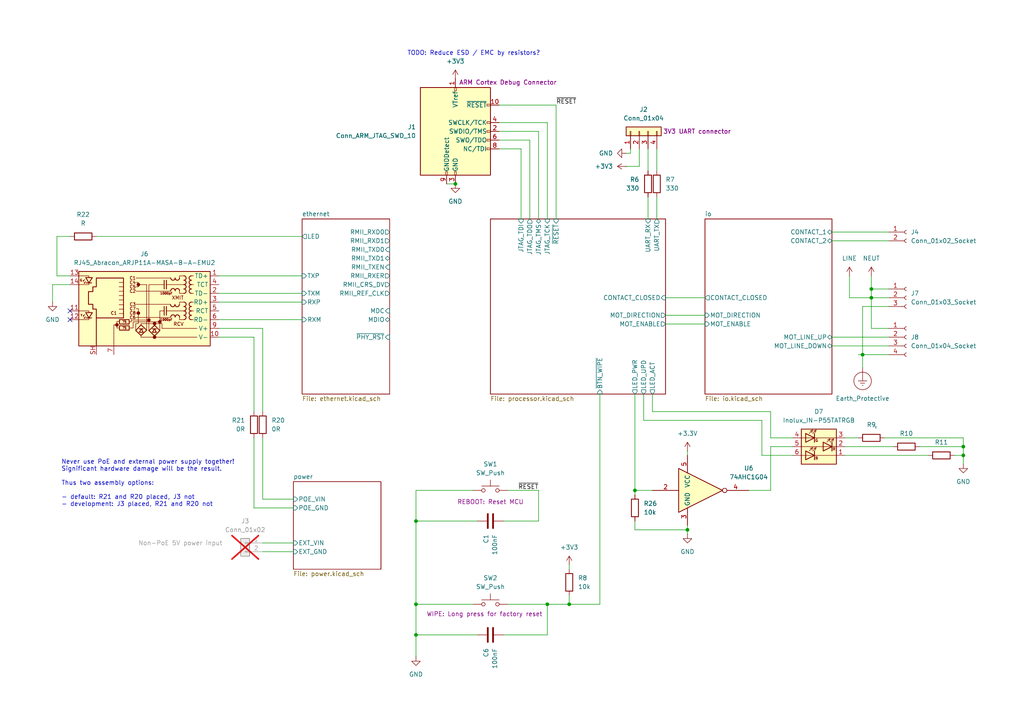
<source format=kicad_sch>
(kicad_sch (version 20250114) (generator "eeschema") (generator_version "9.0")
  (paper "A4")
  (title_block (title "iot-contact"))
  (lib_symbols
    (symbol "74xGxx:74AHC1G04"
      (property "Reference" "U" (at -2.54 3.81 0))
      (property "Value" "74AHC1G04" (at 0 -3.81 0))
      (symbol "74AHC1G04_0_1"
        (polyline (pts (xy -7.62 6.35) (xy -7.62 -6.35) (xy 5.08 0) (xy -7.62 6.35)) (stroke (width 0.254)) (fill (type background)))
      )
      (symbol "74AHC1G04_1_1"
        (pin input line (at -15.24 0 0) (length 7.62) (name "~") (number "2"))
        (pin power_in line (at -5.08 10.16 270) (length 5.08) (name "VCC") (number "5"))
        (pin power_in line (at -5.08 -10.16 90) (length 5.08) (name "GND") (number "3"))
        (pin output inverted (at 12.7 0 180) (length 7.62) (name "~") (number "4"))
      )
    )
    (symbol "Connector:Conn_01x02_Socket" (pin_names (offset 1.016) (hide yes))
      (property "Reference" "J" (at 0 2.54 0))
      (property "Value" "Conn_01x02_Socket" (at 0 -5.08 0))
      (symbol "Conn_01x02_Socket_1_1"
        (polyline (pts (xy -1.27 0) (xy -0.508 0)) (stroke (width 0.1524)))
        (polyline (pts (xy -1.27 -2.54) (xy -0.508 -2.54)) (stroke (width 0.1524)))
        (arc (start 0 -0.508) (mid -0.5058 0) (end 0 0.508) (stroke (width 0.1524)))
        (arc (start 0 -3.048) (mid -0.5058 -2.54) (end 0 -2.032) (stroke (width 0.1524)))
        (pin passive line (at -5.08 0 0) (length 3.81) (name "Pin_1") (number "1"))
        (pin passive line (at -5.08 -2.54 0) (length 3.81) (name "Pin_2") (number "2"))
      )
    )
    (symbol "Connector:Conn_01x03_Socket" (pin_names (offset 1.016) (hide yes))
      (property "Reference" "J" (at 0 5.08 0))
      (property "Value" "Conn_01x03_Socket" (at 0 -5.08 0))
      (symbol "Conn_01x03_Socket_1_1"
        (polyline (pts (xy -1.27 2.54) (xy -0.508 2.54)) (stroke (width 0.1524)))
        (polyline (pts (xy -1.27 0) (xy -0.508 0)) (stroke (width 0.1524)))
        (polyline (pts (xy -1.27 -2.54) (xy -0.508 -2.54)) (stroke (width 0.1524)))
        (arc (start 0 2.032) (mid -0.5058 2.54) (end 0 3.048) (stroke (width 0.1524)))
        (arc (start 0 -0.508) (mid -0.5058 0) (end 0 0.508) (stroke (width 0.1524)))
        (arc (start 0 -3.048) (mid -0.5058 -2.54) (end 0 -2.032) (stroke (width 0.1524)))
        (pin passive line (at -5.08 2.54 0) (length 3.81) (name "Pin_1") (number "1"))
        (pin passive line (at -5.08 0 0) (length 3.81) (name "Pin_2") (number "2"))
        (pin passive line (at -5.08 -2.54 0) (length 3.81) (name "Pin_3") (number "3"))
      )
    )
    (symbol "Connector:Conn_01x04_Socket" (pin_names (offset 1.016) (hide yes))
      (property "Reference" "J" (at 0 5.08 0))
      (property "Value" "Conn_01x04_Socket" (at 0 -7.62 0))
      (symbol "Conn_01x04_Socket_1_1"
        (polyline (pts (xy -1.27 2.54) (xy -0.508 2.54)) (stroke (width 0.1524)))
        (polyline (pts (xy -1.27 0) (xy -0.508 0)) (stroke (width 0.1524)))
        (polyline (pts (xy -1.27 -2.54) (xy -0.508 -2.54)) (stroke (width 0.1524)))
        (polyline (pts (xy -1.27 -5.08) (xy -0.508 -5.08)) (stroke (width 0.1524)))
        (arc (start 0 2.032) (mid -0.5058 2.54) (end 0 3.048) (stroke (width 0.1524)))
        (arc (start 0 -0.508) (mid -0.5058 0) (end 0 0.508) (stroke (width 0.1524)))
        (arc (start 0 -3.048) (mid -0.5058 -2.54) (end 0 -2.032) (stroke (width 0.1524)))
        (arc (start 0 -5.588) (mid -0.5058 -5.08) (end 0 -4.572) (stroke (width 0.1524)))
        (pin passive line (at -5.08 2.54 0) (length 3.81) (name "Pin_1") (number "1"))
        (pin passive line (at -5.08 0 0) (length 3.81) (name "Pin_2") (number "2"))
        (pin passive line (at -5.08 -2.54 0) (length 3.81) (name "Pin_3") (number "3"))
        (pin passive line (at -5.08 -5.08 0) (length 3.81) (name "Pin_4") (number "4"))
      )
    )
    (symbol "Connector:Conn_ARM_JTAG_SWD_10" (pin_names (offset 1.016))
      (property "Reference" "J" (at -2.54 16.51 0))
      (property "Value" "Conn_ARM_JTAG_SWD_10" (at -2.54 13.97 0))
      (symbol "Conn_ARM_JTAG_SWD_10_0_1"
        (rectangle (start -10.16 12.7) (end 10.16 -12.7) (stroke (width 0.254)) (fill (type background)))
        (rectangle (start -2.794 -12.7) (end -2.286 -11.684))
        (rectangle (start -0.254 12.7) (end 0.254 11.684))
        (rectangle (start -0.254 -12.7) (end 0.254 -11.684))
        (rectangle (start 9.144 2.286) (end 10.16 2.794))
        (rectangle (start 10.16 7.874) (end 9.144 7.366))
        (rectangle (start 10.16 -0.254) (end 9.144 0.254))
        (rectangle (start 10.16 -2.794) (end 9.144 -2.286))
      )
      (symbol "Conn_ARM_JTAG_SWD_10_1_1"
        (rectangle (start 9.144 -5.334) (end 10.16 -4.826))
        (pin no_connect line (at -10.16 0 0) (length 2.54) (hide yes) (name "KEY") (number "7"))
        (pin passive line (at -2.54 -15.24 90) (length 2.54) (name "GNDDetect") (number "9"))
        (pin power_in line (at 0 15.24 270) (length 2.54) (name "VTref") (number "1"))
        (pin power_in line (at 0 -15.24 90) (length 2.54) (name "GND") (number "3"))
        (pin passive line (at 0 -15.24 90) (length 2.54) (hide yes) (name "GND") (number "5"))
        (pin open_collector line (at 12.7 7.62 180) (length 2.54) (name "~{RESET}") (number "10"))
        (pin output line (at 12.7 2.54 180) (length 2.54) (name "SWCLK/TCK") (number "4"))
        (pin bidirectional line (at 12.7 0 180) (length 2.54) (name "SWDIO/TMS") (number "2"))
        (pin input line (at 12.7 -2.54 180) (length 2.54) (name "SWO/TDO") (number "6"))
        (pin output line (at 12.7 -5.08 180) (length 2.54) (name "NC/TDI") (number "8"))
      )
    )
    (symbol "Connector:RJ45_Abracon_ARJP11A-MASA-B-A-EMU2"
      (property "Reference" "J" (at 18.415 12.7 0))
      (property "Value" "RJ45_Abracon_ARJP11A-MASA-B-A-EMU2" (at -4.445 12.7 0))
      (symbol "RJ45_Abracon_ARJP11A-MASA-B-A-EMU2_0_0"
        (polyline (pts (xy -5.08 8.89) (xy -5.08 6.35)) (stroke (width 0.254)))
        (polyline (pts (xy -5.08 1.27) (xy -5.08 -1.27)) (stroke (width 0.254)))
        (polyline (pts (xy -4.445 8.89) (xy -4.445 6.35)) (stroke (width 0.254)))
        (polyline (pts (xy -4.445 1.27) (xy -4.445 -1.27)) (stroke (width 0.254)))
        (circle (center -3.175 -3.175) (radius 0.0001) (stroke (width 0.508)))
        (circle (center -1.651 -3.683) (radius 0.0001) (stroke (width 0.508)))
        (circle (center -1.651 -7.62) (radius 0.0001) (stroke (width 0.508)))
        (circle (center 0 -2.667) (radius 0.0001) (stroke (width 0.508)))
        (circle (center 3.048 7.62) (radius 0.0001) (stroke (width 0.508)))
        (circle (center 3.048 -0.635) (radius 0.0001) (stroke (width 0.508)))
        (polyline (pts (xy 3.683 8.255) (xy 3.048 8.255) (xy 3.048 6.985) (xy 3.683 6.985)))
        (polyline (pts (xy 3.683 0.635) (xy 3.048 0.635) (xy 3.048 -0.635) (xy 3.683 -0.635)))
        (polyline (pts (xy 8.636 -4.953) (xy 9.271 -4.953) (xy 9.271 -3.048) (xy 8.636 -3.048)))
        (polyline (pts (xy 9.271 -4.064) (xy 10.16 -4.064)))
        (circle (center 9.271 -4.064) (radius 0.0001) (stroke (width 0.508)))
        (polyline (pts (xy 17.399 9.652) (xy 17.399 10.16) (xy 20.32 10.16)))
        (polyline (pts (xy 17.399 -0.508) (xy 17.399 0) (xy 20.32 0)))
        (polyline (pts (xy 20.32 7.62) (xy 17.399 7.62) (xy 17.399 8.128)))
        (polyline (pts (xy 20.32 -2.54) (xy 17.399 -2.54) (xy 17.399 -2.032)))
        (text "XMIT" (at -10.16 3.81 0) (effects (font (size 1.016 1.016)) (justify left)))
        (text "RCV" (at -10.16 -3.81 0) (effects (font (size 1.016 1.016)) (justify left)))
        (text "C1" (at 4.699 9.525 0) (effects (font (size 0.889 0.889))))
        (text "C4" (at 4.699 8.255 0) (effects (font (size 0.889 0.889))))
        (text "C5" (at 4.699 6.985 0) (effects (font (size 0.889 0.889))))
        (text "C2" (at 4.699 5.715 0) (effects (font (size 0.889 0.889))))
        (text "C3" (at 4.699 1.905 0) (effects (font (size 0.889 0.889))))
        (text "C7" (at 4.699 0.635 0) (effects (font (size 0.889 0.889))))
        (text "C8" (at 4.699 -0.635 0) (effects (font (size 0.889 0.889))))
        (text "C6" (at 4.699 -1.905 0) (effects (font (size 0.889 0.889))))
        (text "C1" (at 10.16 -0.635 0) (effects (font (size 0.889 0.889))))
      )
      (symbol "RJ45_Abracon_ARJP11A-MASA-B-A-EMU2_0_1"
        (rectangle (start -17.78 11.43) (end 20.32 -10.16) (stroke (width 0.254)) (fill (type background)))
        (polyline (pts (xy -12.3163 10.16) (xy -12.9513 10.16)))
        (polyline (pts (xy -12.3163 7.62) (xy -12.9513 7.62)))
        (polyline (pts (xy -12.3163 5.08) (xy -12.9513 5.08)))
        (polyline (pts (xy -12.3163 2.54) (xy -12.9513 2.54)))
        (polyline (pts (xy -12.3163 0) (xy -12.9513 0)))
        (polyline (pts (xy -12.3163 -2.54) (xy -12.9513 -2.54)))
        (polyline (pts (xy -10.16 10.16) (xy -8.89 10.16) (xy -8.89 9.525)))
        (polyline (pts (xy -10.16 2.54) (xy -8.89 2.54) (xy -8.89 1.905)))
        (polyline (pts (xy -8.89 5.715) (xy -8.89 5.08) (xy -10.16 5.08)))
        (polyline (pts (xy -8.89 -1.905) (xy -8.89 -2.54) (xy -10.16 -2.54)))
        (polyline (pts (xy -6.35 9.525) (xy 3.683 9.525)))
        (polyline (pts (xy -6.35 5.715) (xy 3.683 5.715)))
        (polyline (pts (xy -6.35 -1.905) (xy 3.683 -1.905)))
        (polyline (pts (xy -6.223 1.905) (xy 3.683 1.905)))
        (polyline (pts (xy -5.08 7.62) (xy -10.16 7.62)))
        (polyline (pts (xy -5.08 0) (xy -10.16 0)))
        (polyline (pts (xy -4.445 7.62) (xy 0 7.62) (xy 0 -5.715)))
        (polyline (pts (xy -4.445 0) (xy -3.175 0) (xy -3.175 -5.715)))
        (polyline (pts (xy 7.366 5.715) (xy 8.636 5.715)))
        (polyline (pts (xy 7.366 4.445) (xy 8.636 4.445)))
        (polyline (pts (xy 7.366 3.175) (xy 8.636 3.175)))
        (polyline (pts (xy 7.366 1.778) (xy 8.636 1.778)))
        (polyline (pts (xy 7.366 0.508) (xy 8.636 0.508)))
        (polyline (pts (xy 8.636 8.255) (xy 7.366 8.255)))
        (polyline (pts (xy 8.636 6.985) (xy 7.366 6.985)))
        (polyline (pts (xy 8.636 -0.762) (xy 7.366 -0.762)))
      )
      (symbol "RJ45_Abracon_ARJP11A-MASA-B-A-EMU2_1_0"
        (text "1000pF" (at -5.08 5.08 0) (effects (font (size 0.635 0.635))))
        (text "1000pF" (at -5.08 -2.54 0) (effects (font (size 0.635 0.635))))
      )
      (symbol "RJ45_Abracon_ARJP11A-MASA-B-A-EMU2_1_1"
        (polyline (pts (xy -13.97 -5.08) (xy -3.81 -5.08)))
        (polyline (pts (xy -13.97 -7.62) (xy 2.286 -7.62)))
        (arc (start -12.3163 2.54) (mid -11.684 1.905) (end -12.3163 1.27) (stroke (width 0.254)))
        (arc (start -12.3136 10.16) (mid -11.6813 9.525) (end -12.3136 8.89) (stroke (width 0.254)))
        (arc (start -12.3136 1.27) (mid -11.6813 0.635) (end -12.3136 0) (stroke (width 0.254)))
        (arc (start -12.3136 0) (mid -11.6813 -0.635) (end -12.3136 -1.27) (stroke (width 0.254)))
        (arc (start -12.3136 -1.27) (mid -11.6813 -1.905) (end -12.3136 -2.54) (stroke (width 0.254)))
        (arc (start -12.3109 8.89) (mid -11.6786 8.255) (end -12.3109 7.62) (stroke (width 0.254)))
        (arc (start -12.3109 7.62) (mid -11.6786 6.985) (end -12.3109 6.35) (stroke (width 0.254)))
        (arc (start -12.3109 6.35) (mid -11.6786 5.715) (end -12.3109 5.08) (stroke (width 0.254)))
        (arc (start -10.1654 8.89) (mid -10.7977 9.525) (end -10.1654 10.16) (stroke (width 0.254)))
        (arc (start -10.1654 7.62) (mid -10.7977 8.255) (end -10.1654 8.89) (stroke (width 0.254)))
        (arc (start -10.1654 6.35) (mid -10.7977 6.985) (end -10.1654 7.62) (stroke (width 0.254)))
        (arc (start -10.1654 1.27) (mid -10.7977 1.905) (end -10.1654 2.54) (stroke (width 0.254)))
        (arc (start -10.1654 0) (mid -10.7977 0.635) (end -10.1654 1.27) (stroke (width 0.254)))
        (arc (start -10.1654 -1.27) (mid -10.7977 -0.635) (end -10.1654 0) (stroke (width 0.254)))
        (arc (start -10.1627 5.08) (mid -10.795 5.715) (end -10.1627 6.35) (stroke (width 0.254)))
        (arc (start -10.1627 -2.54) (mid -10.795 -1.905) (end -10.1627 -1.27) (stroke (width 0.254)))
        (arc (start -7.62 9.5223) (mid -8.255 8.89) (end -8.89 9.5223) (stroke (width 0.254)))
        (arc (start -8.89 5.8447) (mid -8.255 6.477) (end -7.62 5.8447) (stroke (width 0.254)))
        (arc (start -8.89 -1.7753) (mid -8.255 -1.143) (end -7.62 -1.7753) (stroke (width 0.254)))
        (arc (start -7.5565 1.8388) (mid -8.1915 1.2065) (end -8.8265 1.8388) (stroke (width 0.254)))
        (arc (start -6.35 9.525) (mid -6.985 8.8927) (end -7.62 9.525) (stroke (width 0.254)))
        (arc (start -7.62 5.8474) (mid -6.985 6.4797) (end -6.35 5.8474) (stroke (width 0.254)))
        (arc (start -7.62 -1.7726) (mid -6.985 -1.1403) (end -6.35 -1.7726) (stroke (width 0.254)))
        (arc (start -6.2865 1.8415) (mid -6.9215 1.2092) (end -7.5565 1.8415) (stroke (width 0.254)))
        (polyline (pts (xy -3.81 -5.08) (xy -3.81 -3.683) (xy -1.651 -3.683)))
        (polyline (pts (xy -2.159 -5.207) (xy -1.016 -5.207)) (stroke (width 0.254)))
        (polyline (pts (xy -2.159 -6.223) (xy -1.016 -6.223) (xy -1.651 -5.207) (xy -2.159 -6.223)) (stroke (width 0.254)))
        (polyline (pts (xy -1.905 -3.683) (xy -1.651 -3.683) (xy -1.651 -4.191)))
        (polyline (pts (xy -1.651 -3.683) (xy 2.286 -3.683) (xy 2.286 -4.064)))
        (polyline (pts (xy -1.651 -4.191) (xy -3.175 -5.715) (xy -1.651 -7.239) (xy 0 -5.715) (xy -1.651 -4.191)) (stroke (width 0.254)))
        (polyline (pts (xy -1.651 -7.239) (xy -1.651 -7.493)))
        (polyline (pts (xy 1.651 -5.207) (xy 2.794 -5.207)) (stroke (width 0.254)))
        (polyline (pts (xy 1.651 -6.223) (xy 2.794 -6.223) (xy 2.159 -5.207) (xy 1.651 -6.223)) (stroke (width 0.254)))
        (polyline (pts (xy 2.286 -4.064) (xy 0.635 -5.588) (xy 2.286 -7.112) (xy 3.81 -5.715) (xy 2.286 -4.064)) (stroke (width 0.254)))
        (polyline (pts (xy 2.286 -7.112) (xy 2.286 -7.62)))
        (polyline (pts (xy 3.048 7.62) (xy 0.635 7.62) (xy 0.635 -5.588)))
        (polyline (pts (xy 3.048 -0.508) (xy 3.048 -3.683) (xy 3.81 -3.683) (xy 3.81 -5.715)))
        (polyline (pts (xy 5.715 -3.175) (xy 5.08 -3.175) (xy 5.08 -2.667) (xy 0 -2.667)))
        (polyline (pts (xy 5.715 -4.953) (xy 4.572 -4.953) (xy 4.572 -3.175) (xy -3.175 -3.175)))
        (polyline (pts (xy 7.366 -2.032) (xy 7.366 9.525) (xy 15.24 9.525) (xy 15.24 6.985) (xy 16.256 6.985) (xy 16.256 5.588) (xy 17.526 5.588) (xy 17.526 1.905) (xy 16.256 1.905) (xy 16.256 0.508) (xy 15.24 0.508) (xy 15.24 -2.032) (xy 7.366 -2.032)) (stroke (width 0.254)))
        (rectangle (start 8.509 -3.81) (end 5.715 -2.54) (stroke (width 0.254)))
        (rectangle (start 8.509 -5.588) (end 5.715 -4.318) (stroke (width 0.254)))
        (polyline (pts (xy 10.16 -4.064) (xy 10.16 -10.16)))
        (polyline (pts (xy 15.24 -10.16) (xy 15.24 -2.032)) (stroke (width 0.254)))
        (polyline (pts (xy 18.161 8.128) (xy 16.637 8.128)) (stroke (width 0.254)))
        (polyline (pts (xy 18.161 -2.032) (xy 16.637 -2.032)) (stroke (width 0.254)))
        (polyline (pts (xy 18.288 9.652) (xy 16.383 9.652) (xy 17.399 8.128) (xy 18.288 9.652)) (stroke (width 0.254)))
        (polyline (pts (xy 18.288 8.509) (xy 18.796 8.001) (xy 18.542 8.001)))
        (polyline (pts (xy 18.288 -0.508) (xy 16.383 -0.508) (xy 17.399 -2.032) (xy 18.288 -0.508)) (stroke (width 0.254)))
        (polyline (pts (xy 18.288 -1.651) (xy 18.796 -2.159) (xy 18.542 -2.159)))
        (polyline (pts (xy 18.542 9.144) (xy 19.05 8.636) (xy 18.796 8.636)))
        (polyline (pts (xy 18.542 -1.016) (xy 19.05 -1.524) (xy 18.796 -1.524)))
        (polyline (pts (xy 18.796 8.001) (xy 18.796 8.255)))
        (polyline (pts (xy 18.796 -2.159) (xy 18.796 -1.905)))
        (polyline (pts (xy 19.05 8.636) (xy 19.05 8.89)))
        (polyline (pts (xy 19.05 -1.524) (xy 19.05 -1.27)))
        (text "75" (at 7.112 -3.175 0) (effects (font (size 0.635 0.635))))
        (text "75" (at 7.112 -4.953 0) (effects (font (size 0.635 0.635))))
        (text "Y" (at 19.558 -1.27 0) (effects (font (size 0.635 0.635))))
        (text "G" (at 19.685 8.89 0) (effects (font (size 0.635 0.635))))
        (pin passive line (at -20.32 10.16 0) (length 2.54) (name "TD+") (number "1"))
        (pin passive line (at -20.32 7.62 0) (length 2.54) (name "TCT") (number "4"))
        (pin passive line (at -20.32 5.08 0) (length 2.54) (name "TD-") (number "2"))
        (pin passive line (at -20.32 2.54 0) (length 2.54) (name "RD+") (number "3"))
        (pin passive line (at -20.32 0 0) (length 2.54) (name "RCT") (number "5"))
        (pin passive line (at -20.32 -2.54 0) (length 2.54) (name "RD-") (number "6"))
        (pin power_out line (at -20.32 -5.08 0) (length 2.54) (name "V+") (number "9"))
        (pin power_out line (at -20.32 -7.62 0) (length 2.54) (name "V-") (number "10"))
        (pin power_in line (at 10.16 -12.7 90) (length 2.54) (name "") (number "7"))
        (pin passive line (at 15.24 -12.7 90) (length 2.54) (name "") (number "SH"))
        (pin no_connect line (at 20.32 5.08 0) (length 0) (hide yes) (name "NC") (number "8"))
        (pin passive line (at 22.86 10.16 180) (length 2.54) (name "") (number "13"))
        (pin passive line (at 22.86 7.62 180) (length 2.54) (name "") (number "14"))
        (pin passive line (at 22.86 0 180) (length 2.54) (name "") (number "11"))
        (pin passive line (at 22.86 -2.54 180) (length 2.54) (name "") (number "12"))
      )
    )
    (symbol "Connector_Generic:Conn_01x02" (pin_names (offset 1.016) (hide yes))
      (property "Reference" "J" (at 0 2.54 0))
      (property "Value" "Conn_01x02" (at 0 -5.08 0))
      (symbol "Conn_01x02_1_1"
        (rectangle (start -1.27 1.27) (end 1.27 -3.81) (stroke (width 0.254)) (fill (type background)))
        (rectangle (start -1.27 0.127) (end 0 -0.127) (stroke (width 0.1524)))
        (rectangle (start -1.27 -2.413) (end 0 -2.667) (stroke (width 0.1524)))
        (pin passive line (at -5.08 0 0) (length 3.81) (name "Pin_1") (number "1"))
        (pin passive line (at -5.08 -2.54 0) (length 3.81) (name "Pin_2") (number "2"))
      )
    )
    (symbol "Connector_Generic:Conn_01x04" (pin_names (offset 1.016) (hide yes))
      (property "Reference" "J" (at 0 5.08 0))
      (property "Value" "Conn_01x04" (at 0 -7.62 0))
      (symbol "Conn_01x04_1_1"
        (rectangle (start -1.27 3.81) (end 1.27 -6.35) (stroke (width 0.254)) (fill (type background)))
        (rectangle (start -1.27 2.667) (end 0 2.413) (stroke (width 0.1524)))
        (rectangle (start -1.27 0.127) (end 0 -0.127) (stroke (width 0.1524)))
        (rectangle (start -1.27 -2.413) (end 0 -2.667) (stroke (width 0.1524)))
        (rectangle (start -1.27 -4.953) (end 0 -5.207) (stroke (width 0.1524)))
        (pin passive line (at -5.08 2.54 0) (length 3.81) (name "Pin_1") (number "1"))
        (pin passive line (at -5.08 0 0) (length 3.81) (name "Pin_2") (number "2"))
        (pin passive line (at -5.08 -2.54 0) (length 3.81) (name "Pin_3") (number "3"))
        (pin passive line (at -5.08 -5.08 0) (length 3.81) (name "Pin_4") (number "4"))
      )
    )
    (symbol "Device:C" (pin_numbers (hide yes)) (pin_names (offset 0.254))
      (property "Reference" "C" (at 0.635 2.54 0))
      (property "Value" "C" (at 0.635 -2.54 0))
      (symbol "C_0_1"
        (polyline (pts (xy -2.032 0.762) (xy 2.032 0.762)) (stroke (width 0.508)))
        (polyline (pts (xy -2.032 -0.762) (xy 2.032 -0.762)) (stroke (width 0.508)))
      )
      (symbol "C_1_1"
        (pin passive line (at 0 3.81 270) (length 2.794) (name "~") (number "1"))
        (pin passive line (at 0 -3.81 90) (length 2.794) (name "~") (number "2"))
      )
    )
    (symbol "Device:R" (pin_numbers (hide yes)) (pin_names (offset 0))
      (property "Reference" "R" (at 2.032 0 90))
      (property "Value" "R" (at 0 0 90))
      (symbol "R_0_1"
        (rectangle (start -1.016 -2.54) (end 1.016 2.54) (stroke (width 0.254)))
      )
      (symbol "R_1_1"
        (pin passive line (at 0 3.81 270) (length 1.27) (name "~") (number "1"))
        (pin passive line (at 0 -3.81 90) (length 1.27) (name "~") (number "2"))
      )
    )
    (symbol "LED:Inolux_IN-P55TATRGB" (pin_names (hide yes))
      (property "Reference" "D" (at -5.08 6.35 0))
      (property "Value" "Inolux_IN-P55TATRGB" (at -5.08 -6.35 0))
      (symbol "Inolux_IN-P55TATRGB_0_0"
        (text "B" (at -0.635 -3.3274 0) (effects (font (size 0.762 0.762))))
      )
      (symbol "Inolux_IN-P55TATRGB_0_1"
        (rectangle (start -5.08 5.08) (end 5.08 -5.08) (stroke (width 0.254)) (fill (type background)))
        (polyline (pts (xy -5.08 2.54) (xy 5.08 2.54)))
        (polyline (pts (xy -5.08 0) (xy 5.08 0)))
        (polyline (pts (xy -5.08 -2.54) (xy 5.08 -2.54)))
        (polyline (pts (xy -3.81 3.81) (xy -3.81 1.27) (xy -1.27 2.54) (xy -3.81 3.81)) (stroke (width 0.254)))
        (polyline (pts (xy -3.81 -1.27) (xy -3.81 -3.81) (xy -1.27 -2.54) (xy -3.81 -1.27)) (stroke (width 0.254)))
        (polyline (pts (xy -2.794 3.81) (xy -1.778 4.826)))
        (polyline (pts (xy -2.794 -1.27) (xy -1.778 -0.254)))
        (polyline (pts (xy -2.54 4.572) (xy -1.778 4.826) (xy -2.032 4.064)))
        (polyline (pts (xy -2.032 -1.016) (xy -1.778 -0.254) (xy -2.54 -0.508)))
        (polyline (pts (xy -1.778 3.81) (xy -0.762 4.826)))
        (polyline (pts (xy -1.778 -1.27) (xy -0.762 -0.254)))
        (polyline (pts (xy -1.524 4.572) (xy -0.762 4.826) (xy -1.016 4.064)))
        (polyline (pts (xy -1.524 -0.508) (xy -0.762 -0.254) (xy -1.016 -1.016)))
        (polyline (pts (xy -1.27 3.81) (xy -1.27 1.27)) (stroke (width 0.254)))
        (polyline (pts (xy -1.27 -1.27) (xy -1.27 -3.81)) (stroke (width 0.254)))
        (polyline (pts (xy 1.27 1.27) (xy 1.27 -1.27) (xy 3.81 0) (xy 1.27 1.27)) (stroke (width 0.254)))
        (polyline (pts (xy 2.286 1.27) (xy 3.302 2.286)))
        (polyline (pts (xy 3.048 1.524) (xy 3.302 2.286) (xy 2.54 2.032)))
        (polyline (pts (xy 3.302 1.27) (xy 4.318 2.286)))
        (polyline (pts (xy 3.556 2.032) (xy 4.318 2.286) (xy 4.064 1.524)))
        (polyline (pts (xy 3.81 1.27) (xy 3.81 -1.27)) (stroke (width 0.254)))
      )
      (symbol "Inolux_IN-P55TATRGB_1_0"
        (text "G" (at -0.635 1.8034 0) (effects (font (size 0.762 0.762))))
        (text "R" (at 4.4196 -0.7112 0) (effects (font (size 0.762 0.762))))
      )
      (symbol "Inolux_IN-P55TATRGB_1_1"
        (pin passive line (at -7.62 2.54 0) (length 2.54) (name "AG") (number "4"))
        (pin passive line (at -7.62 0 0) (length 2.54) (name "AR") (number "5"))
        (pin passive line (at -7.62 -2.54 0) (length 2.54) (name "AB") (number "6"))
        (pin passive line (at 7.62 2.54 180) (length 2.54) (name "KG") (number "3"))
        (pin passive line (at 7.62 0 180) (length 2.54) (name "KR") (number "2"))
        (pin passive line (at 7.62 -2.54 180) (length 2.54) (name "KB") (number "1"))
      )
    )
    (symbol "Switch:SW_Push" (pin_numbers (hide yes)) (pin_names (offset 1.016) (hide yes))
      (property "Reference" "SW" (at 1.27 2.54 0))
      (property "Value" "SW_Push" (at 0 -1.524 0))
      (symbol "SW_Push_0_1"
        (circle (center -2.032 0) (radius 0.508))
        (polyline (pts (xy 0 1.27) (xy 0 3.048)))
        (circle (center 2.032 0) (radius 0.508))
        (polyline (pts (xy 2.54 1.27) (xy -2.54 1.27)))
        (pin passive line (at -5.08 0 0) (length 2.54) (name "1") (number "1"))
        (pin passive line (at 5.08 0 180) (length 2.54) (name "2") (number "2"))
      )
    )
    (symbol "power:+3.3V" (power) (pin_numbers (hide yes)) (pin_names (offset 0) (hide yes))
      (property "Value" "+3.3V" (at 0 3.556 0))
      (symbol "+3.3V_0_1"
        (polyline (pts (xy -0.762 1.27) (xy 0 2.54)))
        (polyline (pts (xy 0 2.54) (xy 0.762 1.27)))
        (polyline (pts (xy 0 0) (xy 0 2.54)))
      )
      (symbol "+3.3V_1_1"
        (pin power_in line (at 0 0 90) (length 0) (name "~") (number "1"))
      )
    )
    (symbol "power:+3V3" (power) (pin_numbers (hide yes)) (pin_names (offset 0) (hide yes))
      (property "Value" "+3V3" (at 0 3.556 0))
      (symbol "+3V3_0_1"
        (polyline (pts (xy -0.762 1.27) (xy 0 2.54)))
        (polyline (pts (xy 0 2.54) (xy 0.762 1.27)))
        (polyline (pts (xy 0 0) (xy 0 2.54)))
      )
      (symbol "+3V3_1_1"
        (pin power_in line (at 0 0 90) (length 0) (name "~") (number "1"))
      )
    )
    (symbol "power:Earth_Protective" (power) (pin_numbers (hide yes)) (pin_names (offset 0) (hide yes))
      (property "Value" "Earth_Protective" (at 0 -7.62 0))
      (symbol "Earth_Protective_0_1"
        (polyline (pts (xy -0.635 -4.445) (xy 0.635 -4.445)))
        (polyline (pts (xy -0.127 -5.08) (xy 0.127 -5.08)))
        (polyline (pts (xy 0 -3.81) (xy 0 0)))
        (circle (center 0 -3.81) (radius 2.54))
        (polyline (pts (xy 1.27 -3.81) (xy -1.27 -3.81)))
      )
      (symbol "Earth_Protective_1_1"
        (pin power_in line (at 0 0 270) (length 0) (name "~") (number "1"))
      )
    )
    (symbol "power:GND" (power) (pin_numbers (hide yes)) (pin_names (offset 0) (hide yes))
      (property "Value" "GND" (at 0 -3.81 0))
      (symbol "GND_0_1"
        (polyline (pts (xy 0 0) (xy 0 -1.27) (xy 1.27 -1.27) (xy 0 -2.54) (xy -1.27 -1.27) (xy 0 -1.27)))
      )
      (symbol "GND_1_1"
        (pin power_in line (at 0 0 270) (length 0) (name "~") (number "1"))
      )
    )
    (symbol "power:LINE" (power) (pin_numbers (hide yes)) (pin_names (offset 0) (hide yes))
      (property "Value" "LINE" (at 0 3.556 0))
      (symbol "LINE_0_1"
        (polyline (pts (xy -0.762 1.27) (xy 0 2.54)))
        (polyline (pts (xy 0 2.54) (xy 0.762 1.27)))
        (polyline (pts (xy 0 0) (xy 0 2.54)))
      )
      (symbol "LINE_1_1"
        (pin power_in line (at 0 0 90) (length 0) (name "~") (number "1"))
      )
    )
    (symbol "power:NEUT" (power) (pin_numbers (hide yes)) (pin_names (offset 0) (hide yes))
      (property "Value" "NEUT" (at 0 3.556 0))
      (symbol "NEUT_0_1"
        (polyline (pts (xy -0.762 1.27) (xy 0 2.54)))
        (polyline (pts (xy 0 2.54) (xy 0.762 1.27)))
        (polyline (pts (xy 0 0) (xy 0 2.54)))
      )
      (symbol "NEUT_1_1"
        (pin power_in line (at 0 0 90) (length 0) (name "~") (number "1"))
      )
    )
  )
  (text "Never use PoE and external power supply together!\nSignificant hardware damage will be the result.\n\nThus two assembly options:\n\n- default: R21 and R20 placed, J3 not\n- development: J3 placed, R21 and R20 not" (at 17.78 140.208 0) (effects (font (size 1.27 1.27)) (justify left)))
  (text "TODO: Reduce ESD / EMC by resistors?" (at 137.414 15.494 0) (effects (font (size 1.27 1.27))))
  (junction (at 199.39 153.67))
  (junction (at 120.65 184.15))
  (junction (at 250.19 102.87))
  (junction (at 120.65 175.26))
  (junction (at 279.4 129.54))
  (junction (at 165.1 175.26))
  (junction (at 184.15 142.24))
  (junction (at 120.65 151.13))
  (junction (at 158.75 175.26))
  (junction (at 252.73 86.36))
  (junction (at 279.4 132.08))
  (junction (at 252.73 83.82))
  (junction (at 132.08 53.34))
  (no_connect (at 20.32 90.17))
  (no_connect (at 20.32 92.71))
  (wire (pts (xy 153.67 40.64) (xy 153.67 63.5)))
  (wire (pts (xy 184.15 142.24) (xy 189.23 142.24)))
  (wire (pts (xy 190.5 57.15) (xy 190.5 63.5)))
  (wire (pts (xy 220.98 121.92) (xy 220.98 132.08)))
  (wire (pts (xy 120.65 175.26) (xy 137.16 175.26)))
  (wire (pts (xy 120.65 175.26) (xy 120.65 184.15)))
  (wire (pts (xy 241.3 97.79) (xy 257.81 97.79)))
  (wire (pts (xy 257.81 95.25) (xy 252.73 95.25)))
  (wire (pts (xy 76.2 127) (xy 76.2 144.78)))
  (wire (pts (xy 217.17 142.24) (xy 223.52 142.24)))
  (wire (pts (xy 223.52 127) (xy 229.87 127)))
  (wire (pts (xy 250.19 102.87) (xy 248.92 102.87)))
  (wire (pts (xy 241.3 67.31) (xy 257.81 67.31)))
  (wire (pts (xy 266.7 129.54) (xy 279.4 129.54)))
  (wire (pts (xy 146.05 151.13) (xy 156.21 151.13)))
  (wire (pts (xy 185.42 48.26) (xy 181.61 48.26)))
  (wire (pts (xy 158.75 184.15) (xy 158.75 175.26)))
  (wire (pts (xy 245.11 127) (xy 248.92 127)))
  (wire (pts (xy 252.73 86.36) (xy 257.81 86.36)))
  (wire (pts (xy 199.39 153.67) (xy 199.39 154.94)))
  (wire (pts (xy 147.32 175.26) (xy 158.75 175.26)))
  (wire (pts (xy 220.98 132.08) (xy 229.87 132.08)))
  (wire (pts (xy 279.4 132.08) (xy 279.4 134.62)))
  (wire (pts (xy 252.73 95.25) (xy 252.73 86.36)))
  (wire (pts (xy 20.32 82.55) (xy 15.24 82.55)))
  (wire (pts (xy 144.78 35.56) (xy 158.75 35.56)))
  (wire (pts (xy 165.1 175.26) (xy 158.75 175.26)))
  (wire (pts (xy 193.04 86.36) (xy 204.47 86.36)))
  (wire (pts (xy 144.78 30.48) (xy 161.29 30.48)))
  (wire (pts (xy 223.52 129.54) (xy 229.87 129.54)))
  (wire (pts (xy 246.38 86.36) (xy 252.73 86.36)))
  (wire (pts (xy 161.29 30.48) (xy 161.29 63.5)))
  (wire (pts (xy 16.51 68.58) (xy 16.51 80.01)))
  (wire (pts (xy 173.99 114.3) (xy 173.99 175.26)))
  (wire (pts (xy 27.94 68.58) (xy 87.63 68.58)))
  (wire (pts (xy 120.65 142.24) (xy 120.65 151.13)))
  (wire (pts (xy 184.15 142.24) (xy 184.15 143.51)))
  (wire (pts (xy 184.15 114.3) (xy 184.15 142.24)))
  (wire (pts (xy 223.52 119.38) (xy 223.52 127)))
  (wire (pts (xy 241.3 69.85) (xy 257.81 69.85)))
  (wire (pts (xy 186.69 114.3) (xy 186.69 121.92)))
  (wire (pts (xy 129.54 53.34) (xy 132.08 53.34)))
  (wire (pts (xy 189.23 119.38) (xy 223.52 119.38)))
  (wire (pts (xy 16.51 80.01) (xy 20.32 80.01)))
  (wire (pts (xy 144.78 40.64) (xy 153.67 40.64)))
  (wire (pts (xy 279.4 129.54) (xy 279.4 132.08)))
  (wire (pts (xy 73.66 97.79) (xy 73.66 119.38)))
  (wire (pts (xy 184.15 153.67) (xy 199.39 153.67)))
  (wire (pts (xy 276.86 132.08) (xy 279.4 132.08)))
  (wire (pts (xy 181.61 44.45) (xy 182.88 44.45)))
  (wire (pts (xy 252.73 83.82) (xy 257.81 83.82)))
  (wire (pts (xy 199.39 152.4) (xy 199.39 153.67)))
  (wire (pts (xy 187.96 57.15) (xy 187.96 63.5)))
  (wire (pts (xy 63.5 95.25) (xy 76.2 95.25)))
  (wire (pts (xy 120.65 151.13) (xy 120.65 175.26)))
  (wire (pts (xy 63.5 92.71) (xy 87.63 92.71)))
  (wire (pts (xy 189.23 114.3) (xy 189.23 119.38)))
  (wire (pts (xy 250.19 102.87) (xy 250.19 88.9)))
  (wire (pts (xy 185.42 43.18) (xy 185.42 48.26)))
  (wire (pts (xy 252.73 83.82) (xy 252.73 86.36)))
  (wire (pts (xy 144.78 43.18) (xy 151.13 43.18)))
  (wire (pts (xy 120.65 151.13) (xy 138.43 151.13)))
  (wire (pts (xy 223.52 142.24) (xy 223.52 129.54)))
  (wire (pts (xy 165.1 163.83) (xy 165.1 165.1)))
  (wire (pts (xy 187.96 43.18) (xy 187.96 49.53)))
  (wire (pts (xy 165.1 172.72) (xy 165.1 175.26)))
  (wire (pts (xy 182.88 44.45) (xy 182.88 43.18)))
  (wire (pts (xy 120.65 184.15) (xy 120.65 190.5)))
  (wire (pts (xy 76.2 160.02) (xy 85.09 160.02)))
  (wire (pts (xy 156.21 38.1) (xy 156.21 63.5)))
  (wire (pts (xy 256.54 127) (xy 279.4 127)))
  (wire (pts (xy 73.66 127) (xy 73.66 147.32)))
  (wire (pts (xy 63.5 97.79) (xy 73.66 97.79)))
  (wire (pts (xy 190.5 43.18) (xy 190.5 49.53)))
  (wire (pts (xy 193.04 91.44) (xy 204.47 91.44)))
  (wire (pts (xy 76.2 144.78) (xy 85.09 144.78)))
  (wire (pts (xy 173.99 175.26) (xy 165.1 175.26)))
  (wire (pts (xy 158.75 35.56) (xy 158.75 63.5)))
  (wire (pts (xy 246.38 80.01) (xy 246.38 86.36)))
  (wire (pts (xy 63.5 80.01) (xy 87.63 80.01)))
  (wire (pts (xy 184.15 151.13) (xy 184.15 153.67)))
  (wire (pts (xy 250.19 102.87) (xy 257.81 102.87)))
  (wire (pts (xy 250.19 106.68) (xy 250.19 102.87)))
  (wire (pts (xy 144.78 38.1) (xy 156.21 38.1)))
  (wire (pts (xy 250.19 88.9) (xy 257.81 88.9)))
  (wire (pts (xy 252.73 80.01) (xy 252.73 83.82)))
  (wire (pts (xy 151.13 43.18) (xy 151.13 63.5)))
  (wire (pts (xy 76.2 157.48) (xy 85.09 157.48)))
  (wire (pts (xy 120.65 142.24) (xy 137.16 142.24)))
  (wire (pts (xy 186.69 121.92) (xy 220.98 121.92)))
  (wire (pts (xy 245.11 129.54) (xy 259.08 129.54)))
  (wire (pts (xy 193.04 93.98) (xy 204.47 93.98)))
  (wire (pts (xy 73.66 147.32) (xy 85.09 147.32)))
  (wire (pts (xy 241.3 100.33) (xy 257.81 100.33)))
  (wire (pts (xy 279.4 127) (xy 279.4 129.54)))
  (wire (pts (xy 199.39 130.81) (xy 199.39 132.08)))
  (wire (pts (xy 147.32 142.24) (xy 156.21 142.24)))
  (wire (pts (xy 20.32 68.58) (xy 16.51 68.58)))
  (wire (pts (xy 146.05 184.15) (xy 158.75 184.15)))
  (wire (pts (xy 15.24 82.55) (xy 15.24 87.63)))
  (wire (pts (xy 76.2 95.25) (xy 76.2 119.38)))
  (wire (pts (xy 138.43 184.15) (xy 120.65 184.15)))
  (wire (pts (xy 63.5 85.09) (xy 87.63 85.09)))
  (wire (pts (xy 245.11 132.08) (xy 269.24 132.08)))
  (wire (pts (xy 156.21 151.13) (xy 156.21 142.24)))
  (wire (pts (xy 63.5 87.63) (xy 87.63 87.63)))
  (label "~{RESET}" (at 161.29 30.48 0))
  (label "~{RESET}" (at 156.21 142.24 180))
  (symbol (lib_id "Device:R") (at 273.05 132.08 270) (unit 1)
    (property "Reference" "R11" (at 273.05 128.27 90))
    (property "Description" "Resistor" (effects (hide yes)))
  )
  (symbol (lib_id "Connector:RJ45_Abracon_ARJP11A-MASA-B-A-EMU2") (at 43.18 90.17 0) (mirror y) (unit 1)
    (property "Reference" "J6" (at 41.91 73.66 0))
    (property "Value" "RJ45_Abracon_ARJP11A-MASA-B-A-EMU2" (at 41.91 76.2 0))
    (property "Footprint" "Connector_RJ:RJ45_Abracon_ARJP11A-MA_Horizontal" (effects (hide yes)))
    (property "Datasheet" "https://abracon.com/Magnetics/lan/ARJP11A.PDF" (effects (hide yes)))
    (property "Description" "RJ45 PoE 10/100 Base-TX Jack with Magnetic Module" (effects (hide yes)))
  )
  (symbol (lib_id "Switch:SW_Push") (at 142.24 142.24 0) (mirror y) (unit 1)
    (property "Reference" "SW1" (at 142.24 134.62 0))
    (property "Value" "SW_Push" (at 142.24 137.16 0))
    (property "Footprint" "Button_Switch_SMD:SW_SPST_TL3305B" (effects (hide yes)))
    (property "Datasheet" "https://www.e-switch.com/wp-content/uploads/2024/08/TL3305.pdf" (effects (hide yes)))
    (property "Description" "REBOOT: Reset MCU" (at 132.588 145.542 0) (effects (justify right)))
    (property "MPN" "TL3305BF260QG" (effects (hide yes)))
    (property "Manufacturer" "E-Switch" (effects (hide yes)))
  )
  (symbol (lib_id "Connector:Conn_01x04_Socket") (at 262.89 97.79 0) (unit 1)
    (property "Reference" "J8" (at 264.16 97.7899 0) (effects (justify left)))
    (property "Value" "Conn_01x04_Socket" (at 264.16 100.3299 0) (effects (justify left)))
    (property "Footprint" "TerminalBlock_WAGO:TerminalBlock_WAGO_236-404_1x04_P5.00mm_45Degree" (effects (hide yes)))
    (property "Description" "Generic connector, single row, 01x04, script generated" (effects (hide yes)))
  )
  (symbol (lib_id "Device:R") (at 76.2 123.19 0) (unit 1)
    (property "Reference" "R20" (at 78.74 121.9199 0) (effects (justify left)))
    (property "Value" "0R" (at 78.74 124.4599 0) (effects (justify left)))
    (property "Description" "Resistor" (effects (hide yes)))
  )
  (symbol (lib_id "Device:R") (at 190.5 53.34 0) (unit 1)
    (property "Reference" "R7" (at 193.04 52.0699 0) (effects (justify left)))
    (property "Value" "330" (at 193.04 54.6099 0) (effects (justify left)))
    (property "Description" "Resistor" (effects (hide yes)))
  )
  (symbol (lib_id "Switch:SW_Push") (at 142.24 175.26 0) (mirror y) (unit 1)
    (property "Reference" "SW2" (at 142.24 167.64 0))
    (property "Value" "SW_Push" (at 142.24 170.18 0))
    (property "Footprint" "Button_Switch_SMD:SW_SPST_TL3305B" (effects (hide yes)))
    (property "Datasheet" "https://www.e-switch.com/wp-content/uploads/2024/08/TL3305.pdf" (effects (hide yes)))
    (property "Description" "WIPE: Long press for factory reset" (at 123.698 178.054 0) (effects (justify right)))
    (property "MPN" "TL3305BF260QG" (effects (hide yes)))
    (property "Manufacturer" "E-Switch" (effects (hide yes)))
  )
  (symbol (lib_id "Connector_Generic:Conn_01x04") (at 185.42 38.1 90) (unit 1)
    (property "Reference" "J2" (at 186.69 31.75 90))
    (property "Value" "Conn_01x04" (at 186.69 34.29 90))
    (property "Footprint" "Connector_PinHeader_2.54mm:PinHeader_1x04_P2.54mm_Vertical" (effects (hide yes)))
    (property "Description" "3V3 UART connector" (at 202.184 38.1 90))
  )
  (symbol (lib_id "LED:Inolux_IN-P55TATRGB") (at 237.49 129.54 0) (unit 1)
    (property "Reference" "D7" (at 237.49 119.38 0))
    (property "Value" "Inolux_IN-P55TATRGB" (at 237.49 121.92 0))
    (property "Footprint" "LED_SMD:LED_Inolux_IN-P55TATRGB_PLCC6_5.0x5.5mm_P1.8mm" (effects (hide yes)))
    (property "Datasheet" "https://www.inolux-corp.com/datasheet/SMDLED/RGB%20Top%20View/IN-P55TATRGB.pdf" (effects (hide yes)))
    (property "Description" "Inolux RGB LED, PLCC-6" (effects (hide yes)))
  )
  (symbol (lib_id "Device:R") (at 73.66 123.19 0) (unit 1)
    (property "Reference" "R21" (at 71.12 121.9199 0) (effects (justify right)))
    (property "Value" "0R" (at 71.12 124.4599 0) (effects (justify right)))
    (property "Description" "Resistor" (effects (hide yes)))
  )
  (symbol (lib_id "74xGxx:74AHC1G04") (at 204.47 142.24 0) (unit 1)
    (property "Reference" "U6" (at 217.17 135.8198 0))
    (property "Value" "74AHC1G04" (at 217.17 138.3598 0))
    (property "Datasheet" "http://www.ti.com/lit/sg/scyt129e/scyt129e.pdf" (effects (hide yes)))
    (property "Description" "Single NOT Gate, Low-Voltage CMOS" (effects (hide yes)))
  )
  (symbol (lib_id "Connector:Conn_01x03_Socket") (at 262.89 86.36 0) (unit 1)
    (property "Reference" "J7" (at 264.16 85.0899 0) (effects (justify left)))
    (property "Value" "Conn_01x03_Socket" (at 264.16 87.6299 0) (effects (justify left)))
    (property "Footprint" "TerminalBlock_WAGO:TerminalBlock_WAGO_236-403_1x03_P5.00mm_45Degree" (effects (hide yes)))
    (property "Description" "Generic connector, single row, 01x03, script generated" (effects (hide yes)))
  )
  (symbol (lib_id "power:GND") (at 199.39 154.94 0) (unit 1)
    (property "Reference" "#PWR039" (effects (hide yes)))
    (property "Value" "GND" (at 199.39 160.02 0))
    (property "Description" "Power symbol creates a global label with name \"GND\" , ground" (effects (hide yes)))
  )
  (symbol (lib_id "Device:R") (at 165.1 168.91 0) (unit 1)
    (property "Reference" "R8" (at 167.64 167.6399 0) (effects (justify left)))
    (property "Value" "10k" (at 167.64 170.1799 0) (effects (justify left)))
    (property "Description" "Resistor" (effects (hide yes)))
  )
  (symbol (lib_id "power:NEUT") (at 252.73 80.01 0) (unit 1)
    (property "Reference" "#PWR027" (effects (hide yes)))
    (property "Value" "NEUT" (at 252.73 74.93 0))
    (property "Description" "Power symbol creates a global label with name \"NEUT\"" (effects (hide yes)))
  )
  (symbol (lib_id "Connector:Conn_ARM_JTAG_SWD_10") (at 132.08 38.1 0) (unit 1)
    (property "Reference" "J1" (at 120.65 36.8299 0) (effects (justify right)))
    (property "Value" "Conn_ARM_JTAG_SWD_10" (at 120.65 39.3699 0) (effects (justify right)))
    (property "Datasheet" "https://mm.digikey.com/Volume0/opasdata/d220001/medias/docus/6209/ftsh-1xx-xx-xxx-dv-xxx-xxx-x-xx-mkt.pdf" (effects (hide yes)))
    (property "Description" "ARM Cortex Debug Connector" (at 147.32 23.876 0))
    (property "MPN" "FTSH-105-01-L-DV-007-K-TR" (effects (hide yes)))
    (property "Manufacturer" "samtec" (effects (hide yes)))
  )
  (symbol (lib_id "power:+3.3V") (at 199.39 130.81 0) (unit 1)
    (property "Reference" "#PWR040" (effects (hide yes)))
    (property "Value" "+3.3V" (at 199.39 125.73 0))
    (property "Description" "Power symbol creates a global label with name \"+3.3V\"" (effects (hide yes)))
  )
  (symbol (lib_id "Connector_Generic:Conn_01x02") (at 71.12 157.48 0) (mirror y) (unit 1) (dnp yes)
    (property "Reference" "J3" (at 71.12 151.13 0))
    (property "Value" "Conn_01x02" (at 71.12 153.67 0))
    (property "Footprint" "Connector_PinHeader_2.54mm:PinHeader_1x02_P2.54mm_Vertical" (effects (hide yes)))
    (property "Description" "Non-PoE 5V power input" (at 52.324 157.48 0))
  )
  (symbol (lib_id "power:GND") (at 120.65 190.5 0) (unit 1)
    (property "Reference" "#PWR04" (effects (hide yes)))
    (property "Value" "GND" (at 120.65 195.58 0))
    (property "Description" "Power symbol creates a global label with name \"GND\" , ground" (effects (hide yes)))
  )
  (symbol (lib_id "power:+3V3") (at 181.61 48.26 90) (unit 1)
    (property "Reference" "#PWR06" (effects (hide yes)))
    (property "Value" "+3V3" (at 177.8 48.2599 90) (effects (justify left)))
    (property "Description" "Power symbol creates a global label with name \"+3V3\"" (effects (hide yes)))
  )
  (symbol (lib_id "power:+3V3") (at 165.1 163.83 0) (unit 1)
    (property "Reference" "#PWR013" (effects (hide yes)))
    (property "Value" "+3V3" (at 165.1 158.75 0))
    (property "Description" "Power symbol creates a global label with name \"+3V3\"" (effects (hide yes)))
  )
  (symbol (lib_id "Device:R") (at 252.73 127 90) (unit 1)
    (property "Reference" "R9" (at 252.73 123.19 90))
    (property "Value" "~" (at 253.9999 124.46 0) (effects (justify left)))
    (property "Description" "Resistor" (effects (hide yes)))
  )
  (symbol (lib_id "Device:R") (at 187.96 53.34 0) (mirror y) (unit 1)
    (property "Reference" "R6" (at 185.42 52.0699 0) (effects (justify left)))
    (property "Value" "330" (at 185.42 54.6099 0) (effects (justify left)))
    (property "Description" "Resistor" (effects (hide yes)))
  )
  (symbol (lib_id "power:GND") (at 132.08 53.34 0) (unit 1)
    (property "Reference" "#PWR02" (effects (hide yes)))
    (property "Value" "GND" (at 132.08 58.42 0))
    (property "Description" "Power symbol creates a global label with name \"GND\" , ground" (effects (hide yes)))
  )
  (symbol (lib_id "Device:R") (at 184.15 147.32 0) (unit 1)
    (property "Reference" "R26" (at 186.69 146.0499 0) (effects (justify left)))
    (property "Value" "10k" (at 186.69 148.5899 0) (effects (justify left)))
    (property "Description" "Resistor" (effects (hide yes)))
  )
  (symbol (lib_id "power:GND") (at 279.4 134.62 0) (unit 1)
    (property "Reference" "#PWR03" (effects (hide yes)))
    (property "Value" "GND" (at 279.4 139.7 0))
    (property "Description" "Power symbol creates a global label with name \"GND\" , ground" (effects (hide yes)))
  )
  (symbol (lib_id "power:Earth_Protective") (at 250.19 106.68 0) (unit 1)
    (property "Reference" "#PWR028" (effects (hide yes)))
    (property "Value" "Earth_Protective" (at 250.19 115.57 0))
    (property "Description" "Power symbol creates a global label with name \"Earth_Protective\"" (effects (hide yes)))
  )
  (symbol (lib_id "Connector:Conn_01x02_Socket") (at 262.89 67.31 0) (unit 1)
    (property "Reference" "J4" (at 264.16 67.3099 0) (effects (justify left)))
    (property "Value" "Conn_01x02_Socket" (at 264.16 69.8499 0) (effects (justify left)))
    (property "Footprint" "TerminalBlock_WAGO:TerminalBlock_WAGO_236-402_1x02_P5.00mm_45Degree" (effects (hide yes)))
    (property "Description" "Generic connector, single row, 01x02, script generated" (effects (hide yes)))
  )
  (symbol (lib_id "power:GND") (at 181.61 44.45 270) (unit 1)
    (property "Reference" "#PWR05" (effects (hide yes)))
    (property "Value" "GND" (at 177.8 44.4499 90) (effects (justify right)))
    (property "Description" "Power symbol creates a global label with name \"GND\" , ground" (effects (hide yes)))
  )
  (symbol (lib_id "Device:C") (at 142.24 151.13 90) (mirror x) (unit 1)
    (property "Reference" "C1" (at 140.9699 154.94 0) (effects (justify left)))
    (property "Value" "100nF" (at 143.5099 154.94 0) (effects (justify left)))
    (property "Description" "Unpolarized capacitor" (effects (hide yes)))
  )
  (symbol (lib_id "Device:C") (at 142.24 184.15 90) (mirror x) (unit 1)
    (property "Reference" "C6" (at 140.9699 187.96 0) (effects (justify left)))
    (property "Value" "100nF" (at 143.5099 187.96 0) (effects (justify left)))
    (property "Description" "Unpolarized capacitor" (effects (hide yes)))
  )
  (symbol (lib_id "power:GND") (at 15.24 87.63 0) (unit 1)
    (property "Reference" "#PWR08" (effects (hide yes)))
    (property "Value" "GND" (at 15.24 92.71 0))
    (property "Description" "Power symbol creates a global label with name \"GND\" , ground" (effects (hide yes)))
  )
  (symbol (lib_id "power:LINE") (at 246.38 80.01 0) (unit 1)
    (property "Reference" "#PWR029" (effects (hide yes)))
    (property "Value" "LINE" (at 246.38 74.93 0))
    (property "Description" "Power symbol creates a global label with name \"LINE\"" (effects (hide yes)))
  )
  (symbol (lib_id "Device:R") (at 24.13 68.58 90) (unit 1)
    (property "Reference" "R22" (at 24.13 62.23 90))
    (property "Value" "R" (at 24.13 64.77 90))
    (property "Description" "Resistor" (effects (hide yes)))
  )
  (symbol (lib_id "Device:R") (at 262.89 129.54 90) (unit 1)
    (property "Reference" "R10" (at 262.89 125.73 90))
    (property "Description" "Resistor" (effects (hide yes)))
  )
  (symbol (lib_id "power:+3V3") (at 132.08 22.86 0) (unit 1)
    (property "Reference" "#PWR01" (effects (hide yes)))
    (property "Value" "+3V3" (at 132.08 17.78 0))
    (property "Description" "Power symbol creates a global label with name \"+3V3\"" (effects (hide yes)))
  )
  (sheet (at 87.63 63.5) (size 25.4 50.8) (stroke (width 0.1524))
    (property "Sheetname" "ethernet" (at 87.63 62.7884 0) (effects (justify left bottom)))
    (property "Sheetfile" "ethernet.kicad_sch" (at 87.63 114.8846 0) (effects (justify left top)))
    (pin "RMII_RXD0" output (at 113.03 67.31 0))
    (pin "RMII_RXD1" output (at 113.03 69.85 0))
    (pin "RMII_TXD0" input (at 113.03 72.39 0))
    (pin "RMII_TXD1" bidirectional (at 113.03 74.93 0))
    (pin "RMII_TXEN" input (at 113.03 77.47 0))
    (pin "~{PHY_RST}" input (at 113.03 97.79 0))
    (pin "RMII_RXER" output (at 113.03 80.01 0))
    (pin "RMII_CRS_DV" output (at 113.03 82.55 0))
    (pin "RMII_REF_CLK" output (at 113.03 85.09 0))
    (pin "MDC" input (at 113.03 90.17 0))
    (pin "MDIO" bidirectional (at 113.03 92.71 0))
    (pin "LED" output (at 87.63 68.58 180))
    (pin "RXM" input (at 87.63 92.71 180))
    (pin "RXP" input (at 87.63 87.63 180))
    (pin "TXM" input (at 87.63 85.09 180))
    (pin "TXP" input (at 87.63 80.01 180))
  )
  (sheet (at 204.47 63.5) (size 36.83 50.8) (stroke (width 0.1524))
    (property "Sheetname" "io" (at 204.47 62.7884 0) (effects (justify left bottom)))
    (property "Sheetfile" "io.kicad_sch" (at 204.47 114.8846 0) (effects (justify left top)))
    (pin "CONTACT_1" bidirectional (at 241.3 67.31 0))
    (pin "CONTACT_2" bidirectional (at 241.3 69.85 0))
    (pin "MOT_DIRECTION" input (at 204.47 91.44 180))
    (pin "MOT_ENABLE" input (at 204.47 93.98 180))
    (pin "CONTACT_CLOSED" output (at 204.47 86.36 180))
    (pin "MOT_LINE_DOWN" bidirectional (at 241.3 100.33 0))
    (pin "MOT_LINE_UP" bidirectional (at 241.3 97.79 0))
  )
  (sheet (at 142.24 63.5) (size 50.8 50.8) (stroke (width 0.1524))
    (property "Sheetname" "processor" (effects (hide yes)))
    (property "Sheetfile" "processor.kicad_sch" (at 142.24 114.8846 0) (effects (justify left top)))
    (pin "JTAG_TDI" input (at 151.13 63.5 90))
    (pin "JTAG_TDO" output (at 153.67 63.5 90))
    (pin "JTAG_TMS" bidirectional (at 156.21 63.5 90))
    (pin "JTAG_TCK" input (at 158.75 63.5 90))
    (pin "UART_RX" input (at 187.96 63.5 90))
    (pin "UART_TX" output (at 190.5 63.5 90))
    (pin "LED_UPD" output (at 186.69 114.3 270))
    (pin "LED_PWR" output (at 184.15 114.3 270))
    (pin "LED_ACT" output (at 189.23 114.3 270))
    (pin "MOT_DIRECTION" output (at 193.04 91.44 0))
    (pin "MOT_ENABLE" output (at 193.04 93.98 0))
    (pin "CONTACT_CLOSED" input (at 193.04 86.36 0))
    (pin "~{BTN_WIPE}" input (at 173.99 114.3 270))
    (pin "~{RESET}" input (at 161.29 63.5 90))
  )
  (sheet (at 85.09 139.7) (size 25.4 25.4) (stroke (width 0.1524))
    (property "Sheetname" "power" (at 85.09 138.9884 0) (effects (justify left bottom)))
    (property "Sheetfile" "power.kicad_sch" (at 85.09 165.6846 0) (effects (justify left top)))
    (pin "EXT_GND" input (at 85.09 160.02 180))
    (pin "EXT_VIN" input (at 85.09 157.48 180))
    (pin "POE_GND" input (at 85.09 147.32 180))
    (pin "POE_VIN" input (at 85.09 144.78 180))
  )
)
</source>
